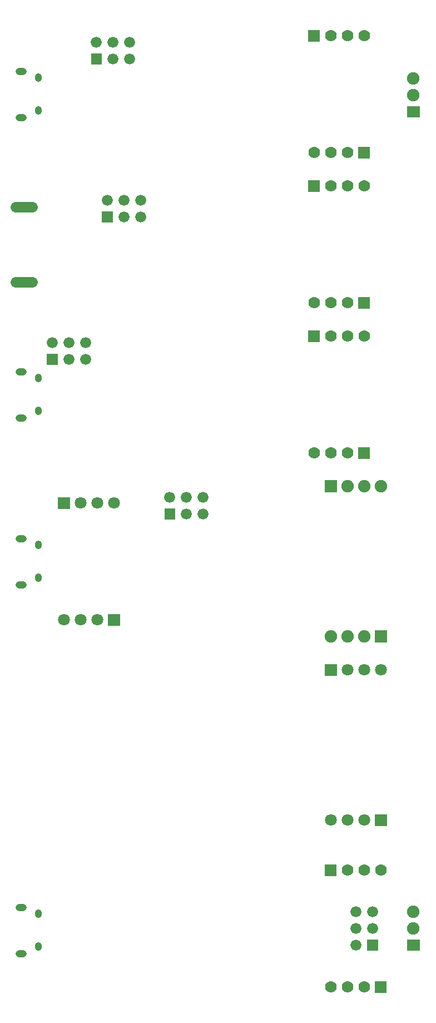
<source format=gbs>
G04 Layer: BottomSolderMaskLayer*
G04 EasyEDA v6.4.25, 2021-12-03T12:49:12+01:00*
G04 610ea2077d8943ff92919c83ebf6a1f2,9c416354eb984020824aaf9c885bead6,10*
G04 Gerber Generator version 0.2*
G04 Scale: 100 percent, Rotated: No, Reflected: No *
G04 Dimensions in inches *
G04 leading zeros omitted , absolute positions ,3 integer and 6 decimal *
%FSLAX36Y36*%
%MOIN*%

%ADD59C,0.0414*%
%ADD60C,0.0434*%
%ADD61C,0.0631*%
%ADD65C,0.0700*%
%ADD67C,0.0709*%
%ADD74C,0.0660*%
%ADD75R,0.0660X0.0660*%
%ADD79C,0.0749*%

%LPD*%
D59*
X198150Y-4002523D02*
G01*
X198150Y-4014335D01*
X198150Y-3805673D02*
G01*
X198150Y-3817485D01*
D60*
X102676Y-3772210D02*
G01*
X81023Y-3772210D01*
X102676Y-4047800D02*
G01*
X81023Y-4047800D01*
D59*
X198150Y-1792523D02*
G01*
X198150Y-1804335D01*
X198150Y-1595673D02*
G01*
X198150Y-1607485D01*
D60*
X102676Y-1562210D02*
G01*
X81023Y-1562210D01*
X102676Y-1837800D02*
G01*
X81023Y-1837800D01*
D59*
X198150Y-792523D02*
G01*
X198150Y-804335D01*
X198150Y-595673D02*
G01*
X198150Y-607485D01*
D60*
X102676Y-562210D02*
G01*
X81023Y-562210D01*
X102676Y-837800D02*
G01*
X81023Y-837800D01*
D59*
X198150Y1007476D02*
G01*
X198150Y995664D01*
X198150Y1204326D02*
G01*
X198150Y1192514D01*
D60*
X102676Y1237790D02*
G01*
X81023Y1237790D01*
X102676Y962199D02*
G01*
X81023Y962199D01*
D61*
X159103Y424420D02*
G01*
X60677Y424420D01*
X159103Y-24389D02*
G01*
X60677Y-24389D01*
G36*
X1915000Y-3585000D02*
G01*
X1915000Y-3515000D01*
X1985000Y-3515000D01*
X1985000Y-3585000D01*
G37*
D65*
G01*
X2050010Y-3550000D03*
G01*
X2150010Y-3550000D03*
G01*
X2250010Y-3550000D03*
G36*
X2215000Y-4285000D02*
G01*
X2215000Y-4215000D01*
X2285000Y-4215000D01*
X2285000Y-4285000D01*
G37*
G01*
X2150010Y-4250000D03*
G01*
X2050010Y-4250000D03*
G01*
X1950010Y-4250000D03*
G36*
X1815000Y515000D02*
G01*
X1815000Y585000D01*
X1885000Y585000D01*
X1885000Y515000D01*
G37*
G01*
X1950000Y550000D03*
G01*
X2050000Y550000D03*
G01*
X2150000Y550000D03*
G36*
X2115000Y-185000D02*
G01*
X2115000Y-115000D01*
X2185000Y-115000D01*
X2185000Y-185000D01*
G37*
G01*
X2050000Y-150000D03*
G01*
X1950000Y-150000D03*
G01*
X1850000Y-150000D03*
G36*
X2115000Y715000D02*
G01*
X2115000Y785000D01*
X2185000Y785000D01*
X2185000Y715000D01*
G37*
G01*
X2050000Y750000D03*
G01*
X1950000Y750000D03*
G01*
X1850000Y750000D03*
G36*
X1815000Y1415000D02*
G01*
X1815000Y1485000D01*
X1885000Y1485000D01*
X1885000Y1415000D01*
G37*
G01*
X1950000Y1450000D03*
G01*
X2050000Y1450000D03*
G01*
X2150000Y1450000D03*
G36*
X2115000Y-1085000D02*
G01*
X2115000Y-1015000D01*
X2185000Y-1015000D01*
X2185000Y-1085000D01*
G37*
G01*
X2050000Y-1050000D03*
G01*
X1950000Y-1050000D03*
G01*
X1850000Y-1050000D03*
G36*
X1815000Y-385000D02*
G01*
X1815000Y-315000D01*
X1885000Y-315000D01*
X1885000Y-385000D01*
G37*
G01*
X1950000Y-350000D03*
G01*
X2050000Y-350000D03*
G01*
X2150000Y-350000D03*
G36*
X314499Y-1385500D02*
G01*
X314499Y-1314499D01*
X385500Y-1314499D01*
X385500Y-1385500D01*
G37*
D67*
G01*
X450000Y-1350000D03*
G01*
X550000Y-1350000D03*
G01*
X650000Y-1350000D03*
G36*
X614499Y-2085500D02*
G01*
X614499Y-2014499D01*
X685500Y-2014499D01*
X685500Y-2085500D01*
G37*
G01*
X550000Y-2050000D03*
G01*
X450000Y-2050000D03*
G01*
X350000Y-2050000D03*
G36*
X2214499Y-3285500D02*
G01*
X2214499Y-3214499D01*
X2285500Y-3214499D01*
X2285500Y-3285500D01*
G37*
G01*
X2150000Y-3250000D03*
G01*
X2050000Y-3250000D03*
G01*
X1950000Y-3250000D03*
G36*
X1914499Y-2385500D02*
G01*
X1914499Y-2314499D01*
X1985500Y-2314499D01*
X1985500Y-2385500D01*
G37*
G01*
X2050000Y-2350000D03*
G01*
X2150000Y-2350000D03*
G01*
X2250000Y-2350000D03*
D74*
G01*
X1185000Y-1315000D03*
G01*
X1185000Y-1415000D03*
G01*
X1085000Y-1315000D03*
G01*
X1085000Y-1415000D03*
G01*
X985000Y-1315000D03*
G36*
X951999Y-1448000D02*
G01*
X951999Y-1381999D01*
X1018000Y-1381999D01*
X1018000Y-1448000D01*
G37*
G01*
X2100000Y-3800000D03*
G01*
X2200000Y-3800000D03*
G01*
X2100000Y-3900000D03*
G01*
X2200000Y-3900000D03*
G01*
X2100000Y-4000000D03*
D75*
G01*
X2200000Y-4000000D03*
D79*
G01*
X2445000Y-3800000D03*
G01*
X2445000Y-3900000D03*
G36*
X2407600Y-4033000D02*
G01*
X2407600Y-3966999D01*
X2482399Y-3966999D01*
X2482399Y-4033000D01*
G37*
D74*
G01*
X480000Y-390000D03*
G01*
X480000Y-490000D03*
G01*
X380000Y-390000D03*
G01*
X380000Y-490000D03*
G01*
X280000Y-390000D03*
G36*
X246999Y-523000D02*
G01*
X246999Y-456999D01*
X313000Y-456999D01*
X313000Y-523000D01*
G37*
G01*
X810000Y465000D03*
G01*
X810000Y365000D03*
G01*
X710000Y465000D03*
G01*
X710000Y365000D03*
G01*
X610000Y465000D03*
G36*
X576999Y331999D02*
G01*
X576999Y398000D01*
X643000Y398000D01*
X643000Y331999D01*
G37*
G01*
X745000Y1410000D03*
G01*
X745000Y1310000D03*
G01*
X645000Y1410000D03*
G01*
X645000Y1310000D03*
G01*
X545000Y1410000D03*
G36*
X511999Y1276999D02*
G01*
X511999Y1343000D01*
X578000Y1343000D01*
X578000Y1276999D01*
G37*
D79*
G01*
X2445000Y1195000D03*
G01*
X2445000Y1095000D03*
G36*
X2407600Y961999D02*
G01*
X2407600Y1028000D01*
X2482399Y1028000D01*
X2482399Y961999D01*
G37*
G36*
X2212600Y-2187399D02*
G01*
X2212600Y-2112600D01*
X2287399Y-2112600D01*
X2287399Y-2187399D01*
G37*
G01*
X2150000Y-2150000D03*
G01*
X2050000Y-2150000D03*
G01*
X1950000Y-2150000D03*
G36*
X1912600Y-1287399D02*
G01*
X1912600Y-1212600D01*
X1987399Y-1212600D01*
X1987399Y-1287399D01*
G37*
G01*
X2050000Y-1250000D03*
G01*
X2150000Y-1250000D03*
G01*
X2250000Y-1250000D03*
M02*

</source>
